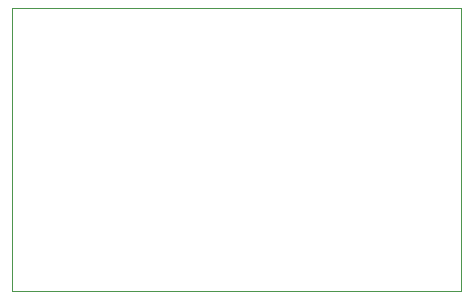
<source format=gm1>
%TF.GenerationSoftware,KiCad,Pcbnew,(5.1.6-0-10_14)*%
%TF.CreationDate,2020-09-10T16:31:07+09:00*%
%TF.ProjectId,qPCR-ledcontrol,71504352-2d6c-4656-9463-6f6e74726f6c,rev?*%
%TF.SameCoordinates,Original*%
%TF.FileFunction,Profile,NP*%
%FSLAX46Y46*%
G04 Gerber Fmt 4.6, Leading zero omitted, Abs format (unit mm)*
G04 Created by KiCad (PCBNEW (5.1.6-0-10_14)) date 2020-09-10 16:31:07*
%MOMM*%
%LPD*%
G01*
G04 APERTURE LIST*
%TA.AperFunction,Profile*%
%ADD10C,0.100000*%
%TD*%
G04 APERTURE END LIST*
D10*
X84000000Y-69000000D02*
X122000000Y-69000000D01*
X84000000Y-93000000D02*
X84000000Y-69000000D01*
X122000000Y-93000000D02*
X84000000Y-93000000D01*
X122000000Y-69000000D02*
X122000000Y-93000000D01*
M02*

</source>
